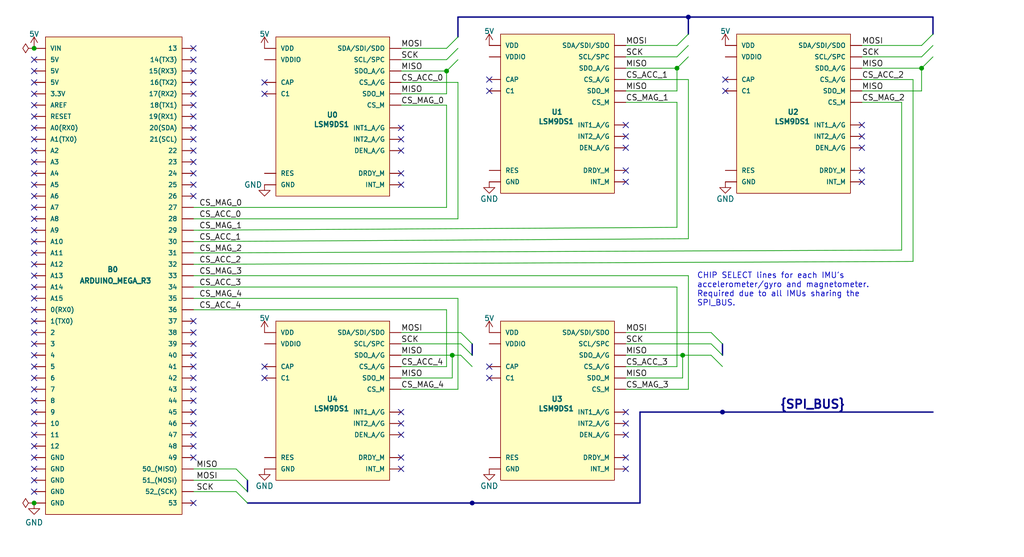
<source format=kicad_sch>
(kicad_sch (version 20210126) (generator eeschema)
  (paper "User" 228.6 124.46)
  (title_block (title "Track-O-Tron 5000") (date "2021-04-05") (rev "0.3.1") (company "EZ-TRAK INC.") (comment 1 "Schematic for IMU sensor wiring to Arduino Mega.") (comment 2 "Five IMUs are shown here. ") (comment 3 "Additonal IMUs can be wired up in the same manner."))
  (lib_symbols
    (symbol "SparkFun-Boards:ARDUINO_MEGA_R3FULL" (pin_numbers hide) (pin_names (offset 1.016))
      (property "Reference" "B" (at -15.24 54.61 0))
      (property "Value" "ARDUINO_MEGA_R3FULL" (at -15.24 -55.88 0))
      (property "Field4" "XXX-00000" (at 0 55.88 0))
      (symbol "ARDUINO_MEGA_R3FULL_1_1"
        (polyline (pts (xy -15.24 -53.34) (xy 15.24 -53.34) (xy 15.24 53.34) (xy -15.24 53.34) (xy -15.24 -53.34)) (fill (type background)))
        (pin bidirectional line (at -17.78 -7.62 0) (length 2.54) (name "0(RX0)") (number "0"))
        (pin bidirectional line (at -17.78 -10.16 0) (length 2.54) (name "1(TX0)") (number "1"))
        (pin bidirectional line (at -17.78 -33.02 0) (length 2.54) (name "10") (number "10"))
        (pin bidirectional line (at -17.78 -35.56 0) (length 2.54) (name "11") (number "11"))
        (pin bidirectional line (at -17.78 -38.1 0) (length 2.54) (name "12") (number "12"))
        (pin bidirectional line (at 17.78 50.8 180) (length 2.54) (name "13") (number "13"))
        (pin bidirectional line (at 17.78 48.26 180) (length 2.54) (name "14(TX3)") (number "14"))
        (pin bidirectional line (at 17.78 45.72 180) (length 2.54) (name "15(RX3)") (number "15"))
        (pin bidirectional line (at 17.78 43.18 180) (length 2.54) (name "16(TX2)") (number "16"))
        (pin bidirectional line (at 17.78 40.64 180) (length 2.54) (name "17(RX2)") (number "17"))
        (pin bidirectional line (at 17.78 38.1 180) (length 2.54) (name "18(TX1)") (number "18"))
        (pin bidirectional line (at 17.78 35.56 180) (length 2.54) (name "19(RX1)") (number "19"))
        (pin bidirectional line (at -17.78 -12.7 0) (length 2.54) (name "2") (number "2"))
        (pin bidirectional line (at 17.78 33.02 180) (length 2.54) (name "20(SDA)") (number "20"))
        (pin bidirectional line (at 17.78 30.48 180) (length 2.54) (name "21(SCL)") (number "21"))
        (pin bidirectional line (at 17.78 27.94 180) (length 2.54) (name "22") (number "22"))
        (pin bidirectional line (at 17.78 25.4 180) (length 2.54) (name "23") (number "23"))
        (pin bidirectional line (at 17.78 22.86 180) (length 2.54) (name "24") (number "24"))
        (pin bidirectional line (at 17.78 20.32 180) (length 2.54) (name "25") (number "25"))
        (pin bidirectional line (at 17.78 17.78 180) (length 2.54) (name "26") (number "26"))
        (pin bidirectional line (at 17.78 15.24 180) (length 2.54) (name "27") (number "27"))
        (pin bidirectional line (at 17.78 12.7 180) (length 2.54) (name "28") (number "28"))
        (pin bidirectional line (at 17.78 10.16 180) (length 2.54) (name "29") (number "29"))
        (pin bidirectional line (at -17.78 -15.24 0) (length 2.54) (name "3") (number "3"))
        (pin bidirectional line (at -17.78 40.64 0) (length 2.54) (name "3.3V") (number "3.3V"))
        (pin bidirectional line (at 17.78 7.62 180) (length 2.54) (name "30") (number "30"))
        (pin bidirectional line (at 17.78 5.08 180) (length 2.54) (name "31") (number "31"))
        (pin bidirectional line (at 17.78 2.54 180) (length 2.54) (name "32") (number "32"))
        (pin bidirectional line (at 17.78 0 180) (length 2.54) (name "33") (number "33"))
        (pin bidirectional line (at 17.78 -2.54 180) (length 2.54) (name "34") (number "34"))
        (pin bidirectional line (at 17.78 -5.08 180) (length 2.54) (name "35") (number "35"))
        (pin bidirectional line (at 17.78 -7.62 180) (length 2.54) (name "36") (number "36"))
        (pin bidirectional line (at 17.78 -10.16 180) (length 2.54) (name "37") (number "37"))
        (pin bidirectional line (at 17.78 -12.7 180) (length 2.54) (name "38") (number "38"))
        (pin bidirectional line (at 17.78 -15.24 180) (length 2.54) (name "39") (number "39"))
        (pin bidirectional line (at -17.78 -17.78 0) (length 2.54) (name "4") (number "4"))
        (pin bidirectional line (at 17.78 -17.78 180) (length 2.54) (name "40") (number "40"))
        (pin bidirectional line (at 17.78 -20.32 180) (length 2.54) (name "41") (number "41"))
        (pin bidirectional line (at 17.78 -22.86 180) (length 2.54) (name "42") (number "42"))
        (pin bidirectional line (at 17.78 -25.4 180) (length 2.54) (name "43") (number "43"))
        (pin bidirectional line (at 17.78 -27.94 180) (length 2.54) (name "44") (number "44"))
        (pin bidirectional line (at 17.78 -30.48 180) (length 2.54) (name "45") (number "45"))
        (pin bidirectional line (at 17.78 -33.02 180) (length 2.54) (name "46") (number "46"))
        (pin bidirectional line (at 17.78 -35.56 180) (length 2.54) (name "47") (number "47"))
        (pin bidirectional line (at 17.78 -38.1 180) (length 2.54) (name "48") (number "48"))
        (pin bidirectional line (at 17.78 -40.64 180) (length 2.54) (name "49") (number "49"))
        (pin bidirectional line (at -17.78 -20.32 0) (length 2.54) (name "5") (number "5"))
        (pin bidirectional line (at 17.78 -43.18 180) (length 2.54) (name "50_(MISO)") (number "50"))
        (pin bidirectional line (at 17.78 -45.72 180) (length 2.54) (name "51_(MOSI)") (number "51"))
        (pin bidirectional line (at 17.78 -48.26 180) (length 2.54) (name "52_(SCK)") (number "52"))
        (pin bidirectional line (at 17.78 -50.8 180) (length 2.54) (name "53") (number "53"))
        (pin bidirectional line (at -17.78 48.26 0) (length 2.54) (name "5V") (number "5V@0"))
        (pin bidirectional line (at -17.78 45.72 0) (length 2.54) (name "5V") (number "5V@1"))
        (pin bidirectional line (at -17.78 43.18 0) (length 2.54) (name "5V") (number "5V@2"))
        (pin bidirectional line (at -17.78 -22.86 0) (length 2.54) (name "6") (number "6"))
        (pin bidirectional line (at -17.78 -25.4 0) (length 2.54) (name "7") (number "7"))
        (pin bidirectional line (at -17.78 -27.94 0) (length 2.54) (name "8") (number "8"))
        (pin bidirectional line (at -17.78 -30.48 0) (length 2.54) (name "9") (number "9"))
        (pin bidirectional line (at -17.78 33.02 0) (length 2.54) (name "A0(RX0)") (number "A0"))
        (pin bidirectional line (at -17.78 30.48 0) (length 2.54) (name "A1(TX0)") (number "A1"))
        (pin bidirectional line (at -17.78 7.62 0) (length 2.54) (name "A10") (number "A10"))
        (pin bidirectional line (at -17.78 5.08 0) (length 2.54) (name "A11") (number "A11"))
        (pin bidirectional line (at -17.78 2.54 0) (length 2.54) (name "A12") (number "A12"))
        (pin bidirectional line (at -17.78 0 0) (length 2.54) (name "A13") (number "A13"))
        (pin bidirectional line (at -17.78 -2.54 0) (length 2.54) (name "A14") (number "A14"))
        (pin bidirectional line (at -17.78 -5.08 0) (length 2.54) (name "A15") (number "A15"))
        (pin bidirectional line (at -17.78 27.94 0) (length 2.54) (name "A2") (number "A2"))
        (pin bidirectional line (at -17.78 25.4 0) (length 2.54) (name "A3") (number "A3"))
        (pin bidirectional line (at -17.78 22.86 0) (length 2.54) (name "A4") (number "A4"))
        (pin bidirectional line (at -17.78 20.32 0) (length 2.54) (name "A5") (number "A5"))
        (pin bidirectional line (at -17.78 17.78 0) (length 2.54) (name "A6") (number "A6"))
        (pin bidirectional line (at -17.78 15.24 0) (length 2.54) (name "A7") (number "A7"))
        (pin bidirectional line (at -17.78 12.7 0) (length 2.54) (name "A8") (number "A8"))
        (pin bidirectional line (at -17.78 10.16 0) (length 2.54) (name "A9") (number "A9"))
        (pin bidirectional line (at -17.78 38.1 0) (length 2.54) (name "AREF") (number "AREF"))
        (pin passive line (at -17.78 -50.8 0) (length 2.54) (name "GND") (number "GND@"))
        (pin passive line (at -17.78 -48.26 0) (length 2.54) (name "GND") (number "GND@"))
        (pin passive line (at -17.78 -45.72 0) (length 2.54) (name "GND") (number "GND@"))
        (pin passive line (at -17.78 -43.18 0) (length 2.54) (name "GND") (number "GND@"))
        (pin passive line (at -17.78 -40.64 0) (length 2.54) (name "GND") (number "GND@"))
        (pin bidirectional line (at -17.78 35.56 0) (length 2.54) (name "RESET") (number "RESE"))
        (pin power_in line (at -17.78 50.8 0) (length 2.54) (name "VIN") (number "VIN"))
      )
    )
    (symbol "SparkFun-PowerSymbols:5V" (power) (pin_numbers hide) (pin_names (offset 1.016) hide)
      (property "Value" "5V" (at -1.27 3.81 0))
      (property "Footprint" "XXX-00000" (at 0 7.62 0))
      (symbol "5V_1_0"
        (polyline (pts (xy 0 0) (xy 0 2.54)))
        (polyline (pts (xy 0 2.54) (xy -0.762 1.27)))
        (polyline (pts (xy 0.762 1.27) (xy 0 2.54)))
      )
      (symbol "5V_1_1"
        (pin power_in line (at 0 0 90) (length 0) hide (name "5V") (number "~"))
      )
    )
    (symbol "SparkFun-Sensors:LSM9DS1_2" (pin_numbers hide) (pin_names (offset 1.016))
      (property "Reference" "U" (at -12.7 19.05 0))
      (property "Value" "LSM9DS1" (at -12.7 -20.32 0))
      (property "Field4" "IC-12536" (at 0 21.59 0))
      (symbol "LSM9DS1_2_1_1"
        (polyline (pts (xy -12.7 17.78) (xy -12.7 -17.78) (xy 12.7 -17.78) (xy 12.7 17.78) (xy -12.7 17.78)) (fill (type background)))
        (pin bidirectional line (at -15.24 12.7 0) (length 2.54) (name "VDDIO") (number "1"))
        (pin bidirectional line (at 15.24 -15.24 180) (length 2.54) (name "INT_M") (number "10"))
        (pin bidirectional line (at 15.24 -2.54 180) (length 2.54) (name "INT1_A/G") (number "11"))
        (pin bidirectional line (at 15.24 -5.08 180) (length 2.54) (name "INT2_A/G") (number "12"))
        (pin bidirectional line (at 15.24 -7.62 180) (length 2.54) (name "DEN_A/G") (number "13"))
        (pin bidirectional line (at -15.24 -12.7 0) (length 2.54) (name "RES") (number "14"))
        (pin bidirectional line (at -15.24 -12.7 0) (length 2.54) hide (name "RES") (number "15"))
        (pin bidirectional line (at -15.24 -12.7 0) (length 2.54) hide (name "RES") (number "16"))
        (pin bidirectional line (at -15.24 -12.7 0) (length 2.54) hide (name "RES") (number "17"))
        (pin bidirectional line (at -15.24 -12.7 0) (length 2.54) hide (name "RES") (number "18"))
        (pin passive line (at -15.24 -15.24 0) (length 2.54) (name "GND") (number "19"))
        (pin bidirectional line (at 15.24 12.7 180) (length 2.54) (name "SCL/SPC") (number "2"))
        (pin passive line (at -15.24 -15.24 0) (length 2.54) hide (name "GND") (number "20"))
        (pin bidirectional line (at -15.24 7.62 0) (length 2.54) (name "CAP") (number "21"))
        (pin power_in line (at -15.24 15.24 0) (length 2.54) (name "VDD") (number "22"))
        (pin power_in line (at -15.24 15.24 0) (length 2.54) hide (name "VDD") (number "23"))
        (pin bidirectional line (at -15.24 5.08 0) (length 2.54) (name "C1") (number "24"))
        (pin bidirectional line (at -15.24 12.7 0) (length 2.54) hide (name "VDDIO") (number "3"))
        (pin bidirectional line (at 15.24 15.24 180) (length 2.54) (name "SDA/SDI/SDO") (number "4"))
        (pin bidirectional line (at 15.24 10.16 180) (length 2.54) (name "SDO_A/G") (number "5"))
        (pin bidirectional line (at 15.24 5.08 180) (length 2.54) (name "SDO_M") (number "6"))
        (pin bidirectional line (at 15.24 7.62 180) (length 2.54) (name "CS_A/G") (number "7"))
        (pin bidirectional line (at 15.24 2.54 180) (length 2.54) (name "CS_M") (number "8"))
        (pin bidirectional line (at 15.24 -12.7 180) (length 2.54) (name "DRDY_M") (number "9"))
      )
    )
    (symbol "power:GND" (power) (pin_names (offset 0))
      (property "Value" "GND" (at 0 -3.81 0))
      (symbol "GND_0_1"
        (polyline (pts (xy 0 0) (xy 0 -1.27) (xy 1.27 -1.27) (xy 0 -2.54) (xy -1.27 -1.27) (xy 0 -1.27)))
      )
      (symbol "GND_1_1"
        (pin power_in line (at 0 0 270) (length 0) hide (name "GND") (number "1"))
      )
    )
    (symbol "power:PWR_FLAG" (power) (pin_numbers hide) (pin_names (offset 0) hide)
      (property "Value" "PWR_FLAG" (at 0 3.81 0))
      (symbol "PWR_FLAG_0_0"
        (pin power_out line (at 0 0 90) (length 0) (name "pwr") (number "1"))
      )
      (symbol "PWR_FLAG_0_1"
        (polyline (pts (xy 0 0) (xy 0 1.27) (xy -1.016 1.905) (xy 0 2.54) (xy 1.016 1.905) (xy 0 1.27)))
      )
    )
  )
  (bus_alias "SPI_BUS" (members "MOSI" "SCK" "MISO"))
  (junction (at 7.62 10.795) (diameter 0.9144))
  (junction (at 7.62 112.395) (diameter 0.9144))
  (junction (at 99.695 15.875) (diameter 0.9144))
  (junction (at 100.965 79.375) (diameter 0.9144))
  (junction (at 151.13 15.24) (diameter 0.9144))
  (junction (at 152.4 79.375) (diameter 0.9144))
  (junction (at 205.74 15.24) (diameter 0.9144))
  (junction (at 105.41 112.395) (diameter 0.9144))
  (junction (at 153.67 3.81) (diameter 0.9144))
  (junction (at 161.29 92.075) (diameter 0.9144))
  (no_connect (at 7.62 13.335))
  (no_connect (at 7.62 15.875))
  (no_connect (at 7.62 18.415))
  (no_connect (at 7.62 20.955))
  (no_connect (at 7.62 23.495))
  (no_connect (at 7.62 26.035))
  (no_connect (at 7.62 28.575))
  (no_connect (at 7.62 31.115))
  (no_connect (at 7.62 33.655))
  (no_connect (at 7.62 36.195))
  (no_connect (at 7.62 38.735))
  (no_connect (at 7.62 41.275))
  (no_connect (at 7.62 43.815))
  (no_connect (at 7.62 46.355))
  (no_connect (at 7.62 48.895))
  (no_connect (at 7.62 51.435))
  (no_connect (at 7.62 53.975))
  (no_connect (at 7.62 56.515))
  (no_connect (at 7.62 59.055))
  (no_connect (at 7.62 61.595))
  (no_connect (at 7.62 64.135))
  (no_connect (at 7.62 66.675))
  (no_connect (at 7.62 69.215))
  (no_connect (at 7.62 71.755))
  (no_connect (at 7.62 74.295))
  (no_connect (at 7.62 76.835))
  (no_connect (at 7.62 79.375))
  (no_connect (at 7.62 81.915))
  (no_connect (at 7.62 84.455))
  (no_connect (at 7.62 86.995))
  (no_connect (at 7.62 89.535))
  (no_connect (at 7.62 92.075))
  (no_connect (at 7.62 94.615))
  (no_connect (at 7.62 97.155))
  (no_connect (at 7.62 99.695))
  (no_connect (at 7.62 102.235))
  (no_connect (at 7.62 104.775))
  (no_connect (at 7.62 107.315))
  (no_connect (at 7.62 109.855))
  (no_connect (at 43.18 10.795))
  (no_connect (at 43.18 13.335))
  (no_connect (at 43.18 15.875))
  (no_connect (at 43.18 18.415))
  (no_connect (at 43.18 20.955))
  (no_connect (at 43.18 23.495))
  (no_connect (at 43.18 26.035))
  (no_connect (at 43.18 28.575))
  (no_connect (at 43.18 31.115))
  (no_connect (at 43.18 33.655))
  (no_connect (at 43.18 36.195))
  (no_connect (at 43.18 38.735))
  (no_connect (at 43.18 41.275))
  (no_connect (at 43.18 43.815))
  (no_connect (at 43.18 71.755))
  (no_connect (at 43.18 74.295))
  (no_connect (at 43.18 76.835))
  (no_connect (at 43.18 79.375))
  (no_connect (at 43.18 81.915))
  (no_connect (at 43.18 84.455))
  (no_connect (at 43.18 86.995))
  (no_connect (at 43.18 89.535))
  (no_connect (at 43.18 92.075))
  (no_connect (at 43.18 94.615))
  (no_connect (at 43.18 97.155))
  (no_connect (at 43.18 99.695))
  (no_connect (at 43.18 102.235))
  (no_connect (at 43.18 112.395))
  (no_connect (at 59.055 18.415))
  (no_connect (at 59.055 20.955))
  (no_connect (at 59.055 81.915))
  (no_connect (at 59.055 84.455))
  (no_connect (at 89.535 28.575))
  (no_connect (at 89.535 31.115))
  (no_connect (at 89.535 33.655))
  (no_connect (at 89.535 38.735))
  (no_connect (at 89.535 41.275))
  (no_connect (at 89.535 92.075))
  (no_connect (at 89.535 94.615))
  (no_connect (at 89.535 97.155))
  (no_connect (at 89.535 102.235))
  (no_connect (at 89.535 104.775))
  (no_connect (at 109.22 17.78))
  (no_connect (at 109.22 20.32))
  (no_connect (at 109.22 81.915))
  (no_connect (at 109.22 84.455))
  (no_connect (at 139.7 27.94))
  (no_connect (at 139.7 30.48))
  (no_connect (at 139.7 33.02))
  (no_connect (at 139.7 38.1))
  (no_connect (at 139.7 40.64))
  (no_connect (at 139.7 92.075))
  (no_connect (at 139.7 94.615))
  (no_connect (at 139.7 97.155))
  (no_connect (at 139.7 102.235))
  (no_connect (at 139.7 104.775))
  (no_connect (at 161.925 17.78))
  (no_connect (at 161.925 20.32))
  (no_connect (at 192.405 27.94))
  (no_connect (at 192.405 30.48))
  (no_connect (at 192.405 33.02))
  (no_connect (at 192.405 38.1))
  (no_connect (at 192.405 40.64))
  (bus_entry (at 52.705 104.775) (size 2.54 2.54) (stroke (width 0.1524)))
  (bus_entry (at 52.705 107.315) (size 2.54 2.54) (stroke (width 0.1524)))
  (bus_entry (at 52.705 109.855) (size 2.54 2.54) (stroke (width 0.1524)))
  (bus_entry (at 99.695 10.795) (size 2.54 -2.54) (stroke (width 0.1524)))
  (bus_entry (at 99.695 13.335) (size 2.54 -2.54) (stroke (width 0.1524)))
  (bus_entry (at 99.695 15.875) (size 2.54 -2.54) (stroke (width 0.1524)))
  (bus_entry (at 102.87 74.295) (size 2.54 2.54) (stroke (width 0.1524)))
  (bus_entry (at 102.87 76.835) (size 2.54 2.54) (stroke (width 0.1524)))
  (bus_entry (at 102.87 79.375) (size 2.54 2.54) (stroke (width 0.1524)))
  (bus_entry (at 151.13 10.16) (size 2.54 -2.54) (stroke (width 0.1524)))
  (bus_entry (at 151.13 12.7) (size 2.54 -2.54) (stroke (width 0.1524)))
  (bus_entry (at 151.13 15.24) (size 2.54 -2.54) (stroke (width 0.1524)))
  (bus_entry (at 158.75 74.295) (size 2.54 2.54) (stroke (width 0.1524)))
  (bus_entry (at 158.75 76.835) (size 2.54 2.54) (stroke (width 0.1524)))
  (bus_entry (at 158.75 79.375) (size 2.54 2.54) (stroke (width 0.1524)))
  (bus_entry (at 205.74 10.16) (size 2.54 -2.54) (stroke (width 0.1524)))
  (bus_entry (at 205.74 12.7) (size 2.54 -2.54) (stroke (width 0.1524)))
  (bus_entry (at 205.74 15.24) (size 2.54 -2.54) (stroke (width 0.1524)))
  (wire (pts (xy 43.18 46.355) (xy 99.695 46.355)))
  (wire (pts (xy 43.18 48.895) (xy 102.235 48.895)))
  (wire (pts (xy 43.18 61.595) (xy 153.67 61.595)))
  (wire (pts (xy 43.18 64.135) (xy 151.13 64.135)))
  (wire (pts (xy 43.18 104.775) (xy 52.705 104.775)))
  (wire (pts (xy 43.18 107.315) (xy 52.705 107.315)))
  (wire (pts (xy 43.18 109.855) (xy 52.705 109.855)))
  (wire (pts (xy 44.45 51.435) (xy 43.18 51.435)))
  (wire (pts (xy 44.45 51.435) (xy 151.13 50.8)))
  (wire (pts (xy 44.45 53.975) (xy 43.18 53.975)))
  (wire (pts (xy 44.45 53.975) (xy 153.67 53.34)))
  (wire (pts (xy 44.45 56.515) (xy 43.18 56.515)))
  (wire (pts (xy 44.45 56.515) (xy 201.295 55.88)))
  (wire (pts (xy 44.45 59.055) (xy 43.18 59.055)))
  (wire (pts (xy 44.45 59.055) (xy 203.835 58.42)))
  (wire (pts (xy 89.535 10.795) (xy 99.695 10.795)))
  (wire (pts (xy 89.535 13.335) (xy 99.695 13.335)))
  (wire (pts (xy 89.535 15.875) (xy 99.695 15.875)))
  (wire (pts (xy 89.535 18.415) (xy 102.235 18.415)))
  (wire (pts (xy 89.535 20.955) (xy 99.695 20.955)))
  (wire (pts (xy 89.535 23.495) (xy 99.695 23.495)))
  (wire (pts (xy 89.535 74.295) (xy 102.87 74.295)))
  (wire (pts (xy 89.535 76.835) (xy 102.87 76.835)))
  (wire (pts (xy 89.535 79.375) (xy 100.965 79.375)))
  (wire (pts (xy 89.535 81.915) (xy 99.695 81.915)) (stroke (width 0.1524)))
  (wire (pts (xy 89.535 84.455) (xy 100.965 84.455)))
  (wire (pts (xy 89.535 86.995) (xy 102.235 86.995)) (stroke (width 0.1524)))
  (wire (pts (xy 99.695 20.955) (xy 99.695 15.875)) (stroke (width 0.1524)))
  (wire (pts (xy 99.695 23.495) (xy 99.695 46.355)))
  (wire (pts (xy 99.695 69.215) (xy 43.18 69.215)))
  (wire (pts (xy 99.695 69.215) (xy 99.695 81.915)))
  (wire (pts (xy 100.965 79.375) (xy 102.87 79.375)))
  (wire (pts (xy 100.965 84.455) (xy 100.965 79.375)))
  (wire (pts (xy 102.235 18.415) (xy 102.235 48.895)))
  (wire (pts (xy 102.235 66.675) (xy 43.18 66.675)))
  (wire (pts (xy 102.235 66.675) (xy 102.235 86.995)))
  (wire (pts (xy 139.7 10.16) (xy 151.13 10.16)))
  (wire (pts (xy 139.7 12.7) (xy 151.13 12.7)))
  (wire (pts (xy 139.7 15.24) (xy 151.13 15.24)))
  (wire (pts (xy 139.7 17.78) (xy 153.67 17.78)))
  (wire (pts (xy 139.7 20.32) (xy 151.13 20.32)))
  (wire (pts (xy 139.7 22.86) (xy 151.13 22.86)))
  (wire (pts (xy 139.7 74.295) (xy 158.75 74.295)))
  (wire (pts (xy 139.7 76.835) (xy 158.75 76.835)))
  (wire (pts (xy 139.7 79.375) (xy 152.4 79.375)))
  (wire (pts (xy 139.7 81.915) (xy 151.13 81.915)) (stroke (width 0.1524)))
  (wire (pts (xy 139.7 84.455) (xy 152.4 84.455)))
  (wire (pts (xy 139.7 86.995) (xy 153.67 86.995)) (stroke (width 0.1524)))
  (wire (pts (xy 151.13 20.32) (xy 151.13 15.24)) (stroke (width 0.1524)))
  (wire (pts (xy 151.13 22.86) (xy 151.13 50.8)))
  (wire (pts (xy 151.13 81.915) (xy 151.13 64.135)))
  (wire (pts (xy 152.4 79.375) (xy 158.75 79.375)))
  (wire (pts (xy 152.4 84.455) (xy 152.4 79.375)))
  (wire (pts (xy 153.67 17.78) (xy 153.67 53.34)))
  (wire (pts (xy 153.67 86.995) (xy 153.67 61.595)))
  (wire (pts (xy 192.405 10.16) (xy 205.74 10.16)))
  (wire (pts (xy 192.405 12.7) (xy 205.74 12.7)))
  (wire (pts (xy 192.405 15.24) (xy 205.74 15.24)))
  (wire (pts (xy 192.405 17.78) (xy 203.835 17.78)))
  (wire (pts (xy 192.405 20.32) (xy 205.74 20.32)))
  (wire (pts (xy 192.405 22.86) (xy 201.295 22.86)))
  (wire (pts (xy 201.295 22.86) (xy 201.295 55.88)))
  (wire (pts (xy 203.835 17.78) (xy 203.835 58.42)))
  (wire (pts (xy 205.74 20.32) (xy 205.74 15.24)) (stroke (width 0.1524)))
  (bus (pts (xy 55.245 107.315) (xy 55.245 112.395)))
  (bus (pts (xy 55.245 112.395) (xy 105.41 112.395)))
  (bus (pts (xy 102.235 3.81) (xy 102.235 13.335)))
  (bus (pts (xy 102.235 3.81) (xy 153.67 3.81)))
  (bus (pts (xy 105.41 76.835) (xy 105.41 112.395)))
  (bus (pts (xy 105.41 112.395) (xy 142.875 112.395)))
  (bus (pts (xy 142.875 92.075) (xy 142.875 112.395)))
  (bus (pts (xy 142.875 92.075) (xy 161.29 92.075)))
  (bus (pts (xy 153.67 3.81) (xy 153.67 12.7)))
  (bus (pts (xy 153.67 3.81) (xy 208.28 3.81)))
  (bus (pts (xy 161.29 76.835) (xy 161.29 92.075)))
  (bus (pts (xy 208.28 3.81) (xy 208.28 92.075)))
  (bus (pts (xy 208.28 92.075) (xy 161.29 92.075)))
  (text "CHIP SELECT lines for each IMU's\naccelerometer/gyro and magnetometer.\nRequired due to all IMUs sharing the\nSPI_BUS." (at 155.575 68.58 0) (effects (font (size 1.27 1.27)) (justify left bottom)))
  (label "MISO" (at 43.815 104.775 0))
  (label "MOSI" (at 43.815 107.315 0))
  (label "SCK" (at 43.815 109.855 0))
  (label "CS_MAG_0" (at 44.45 46.355 0))
  (label "CS_ACC_0" (at 44.45 48.895 0))
  (label "CS_MAG_1" (at 44.45 51.435 0))
  (label "CS_ACC_1" (at 44.45 53.975 0))
  (label "CS_MAG_2" (at 44.45 56.515 0))
  (label "CS_ACC_2" (at 44.45 59.055 0))
  (label "CS_MAG_3" (at 44.45 61.595 0))
  (label "CS_ACC_3" (at 44.45 64.135 0))
  (label "CS_MAG_4" (at 44.45 66.675 0))
  (label "CS_ACC_4" (at 44.45 69.215 0))
  (label "MOSI" (at 89.535 10.795 0))
  (label "SCK" (at 89.535 13.335 0))
  (label "MISO" (at 89.535 15.875 0))
  (label "CS_ACC_0" (at 89.535 18.415 0))
  (label "MISO" (at 89.535 20.955 0))
  (label "CS_MAG_0" (at 89.535 23.495 0))
  (label "MOSI" (at 89.535 74.295 0))
  (label "SCK" (at 89.535 76.835 0))
  (label "MISO" (at 89.535 79.375 0))
  (label "CS_ACC_4" (at 89.535 81.915 0))
  (label "MISO" (at 89.535 84.455 0))
  (label "CS_MAG_4" (at 89.535 86.995 0))
  (label "MOSI" (at 139.7 10.16 0))
  (label "SCK" (at 139.7 12.7 0))
  (label "MISO" (at 139.7 15.24 0))
  (label "CS_ACC_1" (at 139.7 17.78 0))
  (label "MISO" (at 139.7 20.32 0))
  (label "CS_MAG_1" (at 139.7 22.86 0))
  (label "MOSI" (at 139.7 74.295 0))
  (label "SCK" (at 139.7 76.835 0))
  (label "MISO" (at 139.7 79.375 0))
  (label "CS_ACC_3" (at 139.7 81.915 0))
  (label "MISO" (at 139.7 84.455 0))
  (label "CS_MAG_3" (at 139.7 86.995 0))
  (label "{SPI_BUS}" (at 173.99 92.075 0) (effects (font (size 1.905 1.905) (thickness 0.381) bold)))
  (label "MOSI" (at 192.405 10.16 0))
  (label "SCK" (at 192.405 12.7 0))
  (label "MISO" (at 192.405 15.24 0))
  (label "CS_ACC_2" (at 192.405 17.78 0))
  (label "MISO" (at 192.405 20.32 0))
  (label "CS_MAG_2" (at 192.405 22.86 0))
  (symbol (lib_id "SparkFun-PowerSymbols:5V") (at 7.62 10.795 0) (unit 1)
    (property "Reference" "#SUPPLY0101" (effects hide))
    (property "Value" "5V" (at 7.62 8.255 0) (effects (font (size 1.143 1.143)) (justify bottom)))
    (property "Footprint" "XXX-00000" (effects hide))
  )
  (symbol (lib_id "SparkFun-PowerSymbols:5V") (at 59.055 10.795 0) (unit 1)
    (property "Reference" "#SUPPLY0102" (effects hide))
    (property "Value" "5V" (at 59.055 8.255 0) (effects (font (size 1.143 1.143)) (justify bottom)))
    (property "Footprint" "XXX-00000" (effects hide))
  )
  (symbol (lib_id "SparkFun-PowerSymbols:5V") (at 59.055 74.295 0) (unit 1)
    (property "Reference" "#SUPPLY0103" (effects hide))
    (property "Value" "5V" (at 59.055 71.755 0) (effects (font (size 1.143 1.143)) (justify bottom)))
    (property "Footprint" "XXX-00000" (effects hide))
  )
  (symbol (lib_id "SparkFun-PowerSymbols:5V") (at 109.22 10.16 0) (unit 1)
    (property "Reference" "#SUPPLY0105" (effects hide))
    (property "Value" "5V" (at 109.22 7.62 0) (effects (font (size 1.143 1.143)) (justify bottom)))
    (property "Footprint" "XXX-00000" (effects hide))
  )
  (symbol (lib_id "SparkFun-PowerSymbols:5V") (at 109.22 74.295 0) (unit 1)
    (property "Reference" "#SUPPLY0106" (effects hide))
    (property "Value" "5V" (at 109.22 71.755 0) (effects (font (size 1.143 1.143)) (justify bottom)))
    (property "Footprint" "XXX-00000" (effects hide))
  )
  (symbol (lib_id "SparkFun-PowerSymbols:5V") (at 161.925 10.16 0) (unit 1)
    (property "Reference" "#SUPPLY0104" (effects hide))
    (property "Value" "5V" (at 161.925 7.62 0) (effects (font (size 1.143 1.143)) (justify bottom)))
    (property "Footprint" "XXX-00000" (effects hide))
  )
  (symbol (lib_id "power:PWR_FLAG") (at 7.62 10.795 90) (unit 1)
    (property "Reference" "#FLG00" (effects hide))
    (property "Value" "PWR_FLAG" (effects hide))
  )
  (symbol (lib_id "power:PWR_FLAG") (at 7.62 112.395 90) (unit 1)
    (property "Reference" "#FLG01" (effects hide))
    (property "Value" "PWR_FLAG" (effects hide))
  )
  (symbol (lib_id "power:GND") (at 7.62 112.395 0) (unit 1)
    (property "Reference" "#PWR02" (effects hide))
    (property "Value" "GND" (at 7.62 117.475 0) (effects (justify bottom)))
  )
  (symbol (lib_id "power:GND") (at 59.055 41.275 0) (unit 1)
    (property "Reference" "#PWR0101" (effects hide))
    (property "Value" "GND" (at 56.515 41.275 0))
  )
  (symbol (lib_id "power:GND") (at 59.055 104.775 0) (unit 1)
    (property "Reference" "#PWR0103" (effects hide))
    (property "Value" "GND" (at 59.055 108.585 0))
  )
  (symbol (lib_id "power:GND") (at 109.22 40.64 0) (unit 1)
    (property "Reference" "#PWR0105" (effects hide))
    (property "Value" "GND" (at 109.22 44.45 0))
  )
  (symbol (lib_id "power:GND") (at 109.22 104.775 0) (unit 1)
    (property "Reference" "#PWR0102" (effects hide))
    (property "Value" "GND" (at 109.22 108.585 0))
  )
  (symbol (lib_id "power:GND") (at 161.925 40.64 0) (unit 1)
    (property "Reference" "#PWR0104" (effects hide))
    (property "Value" "GND" (at 161.925 44.45 0))
  )
  (symbol (lib_name "SparkFun-Sensors:LSM9DS1_2") (lib_id "SparkFun-Sensors:LSM9DS1") (at 74.295 26.035 0) (unit 1)
    (property "Reference" "U0" (at 75.565 26.416 0) (effects (font (size 1.143 1.143) bold) (justify right bottom)))
    (property "Value" "LSM9DS1" (at 78.105 28.5496 0) (effects (font (size 1.143 1.143) bold) (justify right bottom)))
    (property "Footprint" "LGA-24-3.5X3" (effects hide))
    (property "Field4" "IC-12536" (effects hide))
  )
  (symbol (lib_name "SparkFun-Sensors:LSM9DS1_2") (lib_id "SparkFun-Sensors:LSM9DS1") (at 74.295 89.535 0) (unit 1)
    (property "Reference" "U4" (at 75.565 89.916 0) (effects (font (size 1.143 1.143) bold) (justify right bottom)))
    (property "Value" "LSM9DS1" (at 78.105 92.0496 0) (effects (font (size 1.143 1.143) bold) (justify right bottom)))
    (property "Footprint" "LGA-24-3.5X3" (effects hide))
    (property "Field4" "IC-12536" (effects hide))
  )
  (symbol (lib_name "SparkFun-Sensors:LSM9DS1_2") (lib_id "SparkFun-Sensors:LSM9DS1") (at 124.46 25.4 0) (unit 1)
    (property "Reference" "U1" (at 125.73 25.781 0) (effects (font (size 1.143 1.143) bold) (justify right bottom)))
    (property "Value" "LSM9DS1" (at 128.27 27.9146 0) (effects (font (size 1.143 1.143) bold) (justify right bottom)))
    (property "Footprint" "LGA-24-3.5X3" (effects hide))
    (property "Field4" "IC-12536" (effects hide))
  )
  (symbol (lib_name "SparkFun-Sensors:LSM9DS1_2") (lib_id "SparkFun-Sensors:LSM9DS1") (at 124.46 89.535 0) (unit 1)
    (property "Reference" "U3" (at 125.73 89.916 0) (effects (font (size 1.143 1.143) bold) (justify right bottom)))
    (property "Value" "LSM9DS1" (at 128.27 92.0496 0) (effects (font (size 1.143 1.143) bold) (justify right bottom)))
    (property "Footprint" "LGA-24-3.5X3" (effects hide))
    (property "Field4" "IC-12536" (effects hide))
  )
  (symbol (lib_name "SparkFun-Sensors:LSM9DS1_2") (lib_id "SparkFun-Sensors:LSM9DS1") (at 177.165 25.4 0) (unit 1)
    (property "Reference" "U2" (at 178.435 25.781 0) (effects (font (size 1.143 1.143) bold) (justify right bottom)))
    (property "Value" "LSM9DS1" (at 180.975 27.9146 0) (effects (font (size 1.143 1.143) bold) (justify right bottom)))
    (property "Footprint" "LGA-24-3.5X3" (effects hide))
    (property "Field4" "IC-12536" (effects hide))
  )
  (symbol (lib_id "SparkFun-Boards:ARDUINO_MEGA_R3FULL") (at 25.4 61.595 0) (unit 1)
    (property "Reference" "B0" (at 26.5066 60.96 0) (effects (font (size 1.143 1.143) bold) (justify right bottom)))
    (property "Value" "ARDUINO_MEGA_R3" (at 33.9374 63.5 0) (effects (font (size 1.143 1.143) bold) (justify right bottom)))
    (property "Footprint" "ARDUINO_MEGA" (effects hide))
    (property "Field4" "XXX-00000" (effects hide))
  )
)
</source>
